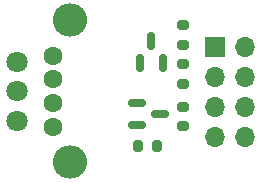
<source format=gbr>
%TF.GenerationSoftware,KiCad,Pcbnew,7.0.6-7.0.6~ubuntu22.04.1*%
%TF.CreationDate,2023-08-04T16:05:21+03:00*%
%TF.ProjectId,SolderPlate_Control,536f6c64-6572-4506-9c61-74655f436f6e,rev?*%
%TF.SameCoordinates,Original*%
%TF.FileFunction,Soldermask,Bot*%
%TF.FilePolarity,Negative*%
%FSLAX46Y46*%
G04 Gerber Fmt 4.6, Leading zero omitted, Abs format (unit mm)*
G04 Created by KiCad (PCBNEW 7.0.6-7.0.6~ubuntu22.04.1) date 2023-08-04 16:05:21*
%MOMM*%
%LPD*%
G01*
G04 APERTURE LIST*
G04 Aperture macros list*
%AMRoundRect*
0 Rectangle with rounded corners*
0 $1 Rounding radius*
0 $2 $3 $4 $5 $6 $7 $8 $9 X,Y pos of 4 corners*
0 Add a 4 corners polygon primitive as box body*
4,1,4,$2,$3,$4,$5,$6,$7,$8,$9,$2,$3,0*
0 Add four circle primitives for the rounded corners*
1,1,$1+$1,$2,$3*
1,1,$1+$1,$4,$5*
1,1,$1+$1,$6,$7*
1,1,$1+$1,$8,$9*
0 Add four rect primitives between the rounded corners*
20,1,$1+$1,$2,$3,$4,$5,0*
20,1,$1+$1,$4,$5,$6,$7,0*
20,1,$1+$1,$6,$7,$8,$9,0*
20,1,$1+$1,$8,$9,$2,$3,0*%
G04 Aperture macros list end*
%ADD10R,1.700000X1.700000*%
%ADD11O,1.700000X1.700000*%
%ADD12C,1.600000*%
%ADD13C,1.800000*%
%ADD14O,2.900000X2.800000*%
%ADD15RoundRect,0.150000X0.150000X-0.587500X0.150000X0.587500X-0.150000X0.587500X-0.150000X-0.587500X0*%
%ADD16RoundRect,0.150000X-0.587500X-0.150000X0.587500X-0.150000X0.587500X0.150000X-0.587500X0.150000X0*%
%ADD17RoundRect,0.200000X-0.275000X0.200000X-0.275000X-0.200000X0.275000X-0.200000X0.275000X0.200000X0*%
%ADD18RoundRect,0.200000X-0.200000X-0.275000X0.200000X-0.275000X0.200000X0.275000X-0.200000X0.275000X0*%
%ADD19RoundRect,0.200000X0.275000X-0.200000X0.275000X0.200000X-0.275000X0.200000X-0.275000X-0.200000X0*%
G04 APERTURE END LIST*
D10*
%TO.C,J1*%
X18900000Y14780000D03*
D11*
X21440000Y14780000D03*
X18900000Y12240000D03*
X21440000Y12240000D03*
X18900000Y9700000D03*
X21440000Y9700000D03*
X18900000Y7160000D03*
X21440000Y7160000D03*
%TD*%
D12*
%TO.C,U1*%
X5250000Y14050000D03*
X5250000Y12050000D03*
X5250000Y10050000D03*
X5250000Y8050000D03*
D13*
X2150000Y13550000D03*
X2150000Y11050000D03*
X2150000Y8550000D03*
D14*
X6650000Y5050000D03*
X6650000Y17050000D03*
%TD*%
D15*
%TO.C,Q1*%
X14500000Y13400000D03*
X12600000Y13400000D03*
X13550000Y15275000D03*
%TD*%
D16*
%TO.C,Q4*%
X12362500Y8150000D03*
X12362500Y10050000D03*
X14237500Y9100000D03*
%TD*%
D17*
%TO.C,R10*%
X16200000Y9725000D03*
X16200000Y8075000D03*
%TD*%
D18*
%TO.C,R14*%
X12375000Y6400000D03*
X14025000Y6400000D03*
%TD*%
D19*
%TO.C,R9*%
X16200000Y11675000D03*
X16200000Y13325000D03*
%TD*%
%TO.C,R13*%
X16200000Y15000000D03*
X16200000Y16650000D03*
%TD*%
M02*

</source>
